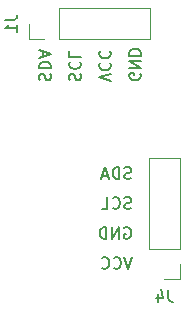
<source format=gbr>
%TF.GenerationSoftware,KiCad,Pcbnew,5.1.10-6.fc33*%
%TF.CreationDate,2021-11-22T15:00:23-05:00*%
%TF.ProjectId,ha_monitor,68615f6d-6f6e-4697-946f-722e6b696361,rev?*%
%TF.SameCoordinates,Original*%
%TF.FileFunction,Legend,Bot*%
%TF.FilePolarity,Positive*%
%FSLAX46Y46*%
G04 Gerber Fmt 4.6, Leading zero omitted, Abs format (unit mm)*
G04 Created by KiCad (PCBNEW 5.1.10-6.fc33) date 2021-11-22 15:00:23*
%MOMM*%
%LPD*%
G01*
G04 APERTURE LIST*
%ADD10C,0.150000*%
%ADD11C,0.120000*%
G04 APERTURE END LIST*
D10*
X65847261Y-60412380D02*
X65513928Y-61412380D01*
X65180595Y-60412380D01*
X64275833Y-61317142D02*
X64323452Y-61364761D01*
X64466309Y-61412380D01*
X64561547Y-61412380D01*
X64704404Y-61364761D01*
X64799642Y-61269523D01*
X64847261Y-61174285D01*
X64894880Y-60983809D01*
X64894880Y-60840952D01*
X64847261Y-60650476D01*
X64799642Y-60555238D01*
X64704404Y-60460000D01*
X64561547Y-60412380D01*
X64466309Y-60412380D01*
X64323452Y-60460000D01*
X64275833Y-60507619D01*
X63275833Y-61317142D02*
X63323452Y-61364761D01*
X63466309Y-61412380D01*
X63561547Y-61412380D01*
X63704404Y-61364761D01*
X63799642Y-61269523D01*
X63847261Y-61174285D01*
X63894880Y-60983809D01*
X63894880Y-60840952D01*
X63847261Y-60650476D01*
X63799642Y-60555238D01*
X63704404Y-60460000D01*
X63561547Y-60412380D01*
X63466309Y-60412380D01*
X63323452Y-60460000D01*
X63275833Y-60507619D01*
X65180595Y-57920000D02*
X65275833Y-57872380D01*
X65418690Y-57872380D01*
X65561547Y-57920000D01*
X65656785Y-58015238D01*
X65704404Y-58110476D01*
X65752023Y-58300952D01*
X65752023Y-58443809D01*
X65704404Y-58634285D01*
X65656785Y-58729523D01*
X65561547Y-58824761D01*
X65418690Y-58872380D01*
X65323452Y-58872380D01*
X65180595Y-58824761D01*
X65132976Y-58777142D01*
X65132976Y-58443809D01*
X65323452Y-58443809D01*
X64704404Y-58872380D02*
X64704404Y-57872380D01*
X64132976Y-58872380D01*
X64132976Y-57872380D01*
X63656785Y-58872380D02*
X63656785Y-57872380D01*
X63418690Y-57872380D01*
X63275833Y-57920000D01*
X63180595Y-58015238D01*
X63132976Y-58110476D01*
X63085357Y-58300952D01*
X63085357Y-58443809D01*
X63132976Y-58634285D01*
X63180595Y-58729523D01*
X63275833Y-58824761D01*
X63418690Y-58872380D01*
X63656785Y-58872380D01*
X65752023Y-56284761D02*
X65609166Y-56332380D01*
X65371071Y-56332380D01*
X65275833Y-56284761D01*
X65228214Y-56237142D01*
X65180595Y-56141904D01*
X65180595Y-56046666D01*
X65228214Y-55951428D01*
X65275833Y-55903809D01*
X65371071Y-55856190D01*
X65561547Y-55808571D01*
X65656785Y-55760952D01*
X65704404Y-55713333D01*
X65752023Y-55618095D01*
X65752023Y-55522857D01*
X65704404Y-55427619D01*
X65656785Y-55380000D01*
X65561547Y-55332380D01*
X65323452Y-55332380D01*
X65180595Y-55380000D01*
X64180595Y-56237142D02*
X64228214Y-56284761D01*
X64371071Y-56332380D01*
X64466309Y-56332380D01*
X64609166Y-56284761D01*
X64704404Y-56189523D01*
X64752023Y-56094285D01*
X64799642Y-55903809D01*
X64799642Y-55760952D01*
X64752023Y-55570476D01*
X64704404Y-55475238D01*
X64609166Y-55380000D01*
X64466309Y-55332380D01*
X64371071Y-55332380D01*
X64228214Y-55380000D01*
X64180595Y-55427619D01*
X63275833Y-56332380D02*
X63752023Y-56332380D01*
X63752023Y-55332380D01*
X65752023Y-53744761D02*
X65609166Y-53792380D01*
X65371071Y-53792380D01*
X65275833Y-53744761D01*
X65228214Y-53697142D01*
X65180595Y-53601904D01*
X65180595Y-53506666D01*
X65228214Y-53411428D01*
X65275833Y-53363809D01*
X65371071Y-53316190D01*
X65561547Y-53268571D01*
X65656785Y-53220952D01*
X65704404Y-53173333D01*
X65752023Y-53078095D01*
X65752023Y-52982857D01*
X65704404Y-52887619D01*
X65656785Y-52840000D01*
X65561547Y-52792380D01*
X65323452Y-52792380D01*
X65180595Y-52840000D01*
X64752023Y-53792380D02*
X64752023Y-52792380D01*
X64513928Y-52792380D01*
X64371071Y-52840000D01*
X64275833Y-52935238D01*
X64228214Y-53030476D01*
X64180595Y-53220952D01*
X64180595Y-53363809D01*
X64228214Y-53554285D01*
X64275833Y-53649523D01*
X64371071Y-53744761D01*
X64513928Y-53792380D01*
X64752023Y-53792380D01*
X63799642Y-53506666D02*
X63323452Y-53506666D01*
X63894880Y-53792380D02*
X63561547Y-52792380D01*
X63228214Y-53792380D01*
X66540000Y-44860595D02*
X66587619Y-44955833D01*
X66587619Y-45098690D01*
X66540000Y-45241547D01*
X66444761Y-45336785D01*
X66349523Y-45384404D01*
X66159047Y-45432023D01*
X66016190Y-45432023D01*
X65825714Y-45384404D01*
X65730476Y-45336785D01*
X65635238Y-45241547D01*
X65587619Y-45098690D01*
X65587619Y-45003452D01*
X65635238Y-44860595D01*
X65682857Y-44812976D01*
X66016190Y-44812976D01*
X66016190Y-45003452D01*
X65587619Y-44384404D02*
X66587619Y-44384404D01*
X65587619Y-43812976D01*
X66587619Y-43812976D01*
X65587619Y-43336785D02*
X66587619Y-43336785D01*
X66587619Y-43098690D01*
X66540000Y-42955833D01*
X66444761Y-42860595D01*
X66349523Y-42812976D01*
X66159047Y-42765357D01*
X66016190Y-42765357D01*
X65825714Y-42812976D01*
X65730476Y-42860595D01*
X65635238Y-42955833D01*
X65587619Y-43098690D01*
X65587619Y-43336785D01*
X64047619Y-45527261D02*
X63047619Y-45193928D01*
X64047619Y-44860595D01*
X63142857Y-43955833D02*
X63095238Y-44003452D01*
X63047619Y-44146309D01*
X63047619Y-44241547D01*
X63095238Y-44384404D01*
X63190476Y-44479642D01*
X63285714Y-44527261D01*
X63476190Y-44574880D01*
X63619047Y-44574880D01*
X63809523Y-44527261D01*
X63904761Y-44479642D01*
X64000000Y-44384404D01*
X64047619Y-44241547D01*
X64047619Y-44146309D01*
X64000000Y-44003452D01*
X63952380Y-43955833D01*
X63142857Y-42955833D02*
X63095238Y-43003452D01*
X63047619Y-43146309D01*
X63047619Y-43241547D01*
X63095238Y-43384404D01*
X63190476Y-43479642D01*
X63285714Y-43527261D01*
X63476190Y-43574880D01*
X63619047Y-43574880D01*
X63809523Y-43527261D01*
X63904761Y-43479642D01*
X64000000Y-43384404D01*
X64047619Y-43241547D01*
X64047619Y-43146309D01*
X64000000Y-43003452D01*
X63952380Y-42955833D01*
X60555238Y-45432023D02*
X60507619Y-45289166D01*
X60507619Y-45051071D01*
X60555238Y-44955833D01*
X60602857Y-44908214D01*
X60698095Y-44860595D01*
X60793333Y-44860595D01*
X60888571Y-44908214D01*
X60936190Y-44955833D01*
X60983809Y-45051071D01*
X61031428Y-45241547D01*
X61079047Y-45336785D01*
X61126666Y-45384404D01*
X61221904Y-45432023D01*
X61317142Y-45432023D01*
X61412380Y-45384404D01*
X61460000Y-45336785D01*
X61507619Y-45241547D01*
X61507619Y-45003452D01*
X61460000Y-44860595D01*
X60602857Y-43860595D02*
X60555238Y-43908214D01*
X60507619Y-44051071D01*
X60507619Y-44146309D01*
X60555238Y-44289166D01*
X60650476Y-44384404D01*
X60745714Y-44432023D01*
X60936190Y-44479642D01*
X61079047Y-44479642D01*
X61269523Y-44432023D01*
X61364761Y-44384404D01*
X61460000Y-44289166D01*
X61507619Y-44146309D01*
X61507619Y-44051071D01*
X61460000Y-43908214D01*
X61412380Y-43860595D01*
X60507619Y-42955833D02*
X60507619Y-43432023D01*
X61507619Y-43432023D01*
X58015238Y-45432023D02*
X57967619Y-45289166D01*
X57967619Y-45051071D01*
X58015238Y-44955833D01*
X58062857Y-44908214D01*
X58158095Y-44860595D01*
X58253333Y-44860595D01*
X58348571Y-44908214D01*
X58396190Y-44955833D01*
X58443809Y-45051071D01*
X58491428Y-45241547D01*
X58539047Y-45336785D01*
X58586666Y-45384404D01*
X58681904Y-45432023D01*
X58777142Y-45432023D01*
X58872380Y-45384404D01*
X58920000Y-45336785D01*
X58967619Y-45241547D01*
X58967619Y-45003452D01*
X58920000Y-44860595D01*
X57967619Y-44432023D02*
X58967619Y-44432023D01*
X58967619Y-44193928D01*
X58920000Y-44051071D01*
X58824761Y-43955833D01*
X58729523Y-43908214D01*
X58539047Y-43860595D01*
X58396190Y-43860595D01*
X58205714Y-43908214D01*
X58110476Y-43955833D01*
X58015238Y-44051071D01*
X57967619Y-44193928D01*
X57967619Y-44432023D01*
X58253333Y-43479642D02*
X58253333Y-43003452D01*
X57967619Y-43574880D02*
X58967619Y-43241547D01*
X57967619Y-42908214D01*
D11*
%TO.C,J4*%
X67250000Y-59690000D02*
X69910000Y-59690000D01*
X67250000Y-59690000D02*
X67250000Y-52010000D01*
X67250000Y-52010000D02*
X69910000Y-52010000D01*
X69910000Y-59690000D02*
X69910000Y-52010000D01*
X69910000Y-62290000D02*
X69910000Y-60960000D01*
X68580000Y-62290000D02*
X69910000Y-62290000D01*
%TO.C,J1*%
X57090000Y-40640000D02*
X57090000Y-41970000D01*
X57090000Y-41970000D02*
X58420000Y-41970000D01*
X59690000Y-41970000D02*
X67370000Y-41970000D01*
X67370000Y-39310000D02*
X67370000Y-41970000D01*
X59690000Y-39310000D02*
X67370000Y-39310000D01*
X59690000Y-39310000D02*
X59690000Y-41970000D01*
%TO.C,J4*%
D10*
X68913333Y-63182380D02*
X68913333Y-63896666D01*
X68960952Y-64039523D01*
X69056190Y-64134761D01*
X69199047Y-64182380D01*
X69294285Y-64182380D01*
X68008571Y-63515714D02*
X68008571Y-64182380D01*
X68246666Y-63134761D02*
X68484761Y-63849047D01*
X67865714Y-63849047D01*
%TO.C,J1*%
X55102380Y-40306666D02*
X55816666Y-40306666D01*
X55959523Y-40259047D01*
X56054761Y-40163809D01*
X56102380Y-40020952D01*
X56102380Y-39925714D01*
X56102380Y-41306666D02*
X56102380Y-40735238D01*
X56102380Y-41020952D02*
X55102380Y-41020952D01*
X55245238Y-40925714D01*
X55340476Y-40830476D01*
X55388095Y-40735238D01*
%TD*%
M02*

</source>
